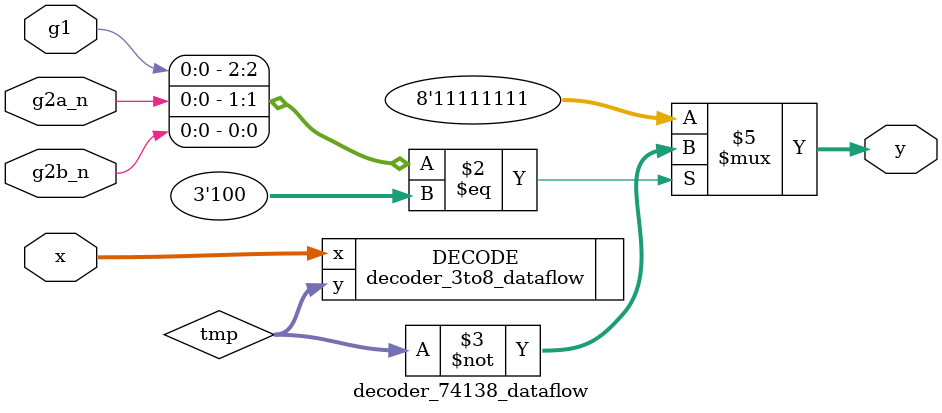
<source format=v>
`timescale 1ns / 1ps


module decoder_74138_dataflow(
    input [0:2] x,
    input g1, 
    input g2a_n,
    input g2b_n,
    output reg [7:0] y
    );
    
    wire [7:0] tmp;
    
    decoder_3to8_dataflow DECODE (.x(x), .y(tmp));
    
    always @(g1 or g2a_n or g2b_n or x) begin
        if ({g1, g2a_n, g2b_n} == 3'b100) begin
            y = ~tmp;
        end
        else begin
            y = 8'b1111_1111;
        end
    end
endmodule

</source>
